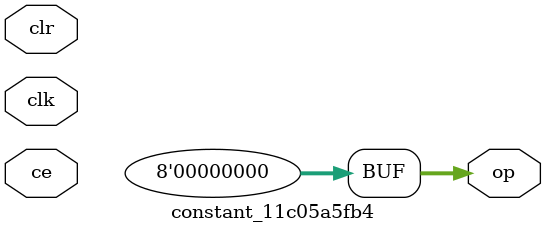
<source format=v>
module constant_11c05a5fb4 (
  output [(8 - 1):0] op,
  input clk,
  input ce,
  input clr);
  localparam [(8 - 1):0] const_value = 8'b00000000;
  assign op = 8'b00000000;
endmodule
</source>
